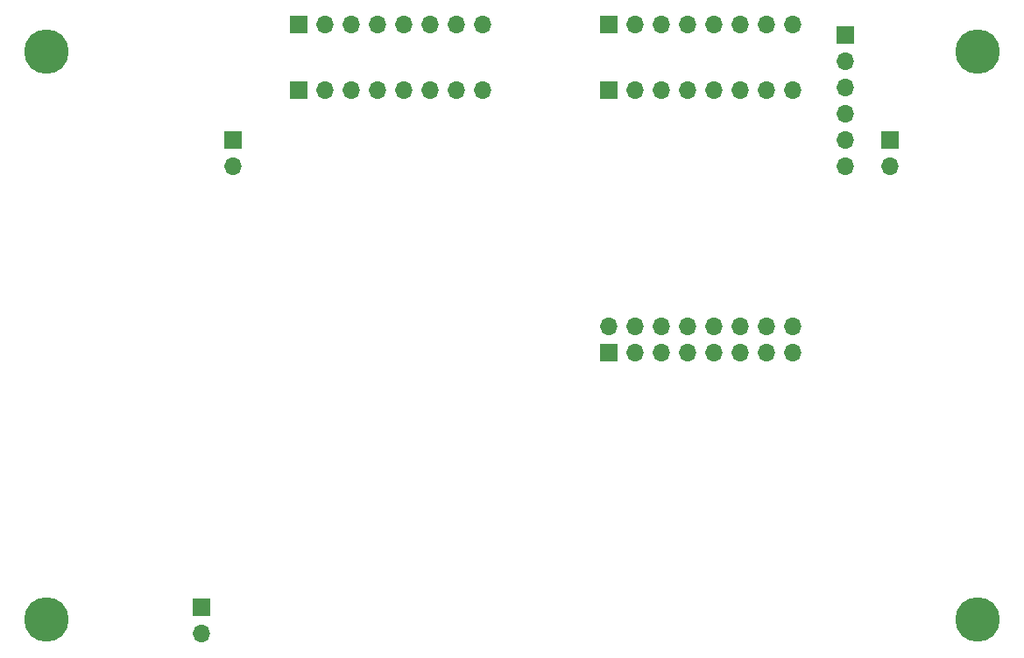
<source format=gbr>
%TF.GenerationSoftware,KiCad,Pcbnew,(6.0.2)*%
%TF.CreationDate,2022-02-21T15:22:36+01:00*%
%TF.ProjectId,220217_GPIOExpanderAW9523,32323032-3137-45f4-9750-494f45787061,v01*%
%TF.SameCoordinates,Original*%
%TF.FileFunction,Soldermask,Bot*%
%TF.FilePolarity,Negative*%
%FSLAX46Y46*%
G04 Gerber Fmt 4.6, Leading zero omitted, Abs format (unit mm)*
G04 Created by KiCad (PCBNEW (6.0.2)) date 2022-02-21 15:22:36*
%MOMM*%
%LPD*%
G01*
G04 APERTURE LIST*
%ADD10R,1.700000X1.700000*%
%ADD11O,1.700000X1.700000*%
%ADD12C,4.300000*%
G04 APERTURE END LIST*
D10*
%TO.C,J3*%
X135505000Y-68770000D03*
D11*
X138045000Y-68770000D03*
X140585000Y-68770000D03*
X143125000Y-68770000D03*
X145665000Y-68770000D03*
X148205000Y-68770000D03*
X150745000Y-68770000D03*
X153285000Y-68770000D03*
%TD*%
D10*
%TO.C,J9*%
X165477000Y-68745000D03*
D11*
X168017000Y-68745000D03*
X170557000Y-68745000D03*
X173097000Y-68745000D03*
X175637000Y-68745000D03*
X178177000Y-68745000D03*
X180717000Y-68745000D03*
X183257000Y-68745000D03*
%TD*%
D12*
%TO.C,REF\u002A\u002A*%
X111100000Y-120000000D03*
%TD*%
%TO.C,REF\u002A\u002A*%
X201100000Y-120000000D03*
%TD*%
D10*
%TO.C,J2*%
X129140000Y-73591000D03*
D11*
X129140000Y-76131000D03*
%TD*%
D10*
%TO.C,J4*%
X135490000Y-62420000D03*
D11*
X138030000Y-62420000D03*
X140570000Y-62420000D03*
X143110000Y-62420000D03*
X145650000Y-62420000D03*
X148190000Y-62420000D03*
X150730000Y-62420000D03*
X153270000Y-62420000D03*
%TD*%
D10*
%TO.C,J1*%
X192640000Y-73591000D03*
D11*
X192640000Y-76131000D03*
%TD*%
D10*
%TO.C,J6*%
X126092000Y-118808000D03*
D11*
X126092000Y-121348000D03*
%TD*%
D10*
%TO.C,J8*%
X165477000Y-62395000D03*
D11*
X168017000Y-62395000D03*
X170557000Y-62395000D03*
X173097000Y-62395000D03*
X175637000Y-62395000D03*
X178177000Y-62395000D03*
X180717000Y-62395000D03*
X183257000Y-62395000D03*
%TD*%
D10*
%TO.C,J5*%
X188322000Y-63436000D03*
D11*
X188322000Y-65976000D03*
X188322000Y-68516000D03*
X188322000Y-71056000D03*
X188322000Y-73596000D03*
X188322000Y-76136000D03*
%TD*%
D12*
%TO.C,REF\u002A\u002A*%
X111100000Y-65000000D03*
%TD*%
D10*
%TO.C,J7*%
X165462000Y-94170000D03*
D11*
X165462000Y-91630000D03*
X168002000Y-94170000D03*
X168002000Y-91630000D03*
X170542000Y-94170000D03*
X170542000Y-91630000D03*
X173082000Y-94170000D03*
X173082000Y-91630000D03*
X175622000Y-94170000D03*
X175622000Y-91630000D03*
X178162000Y-94170000D03*
X178162000Y-91630000D03*
X180702000Y-94170000D03*
X180702000Y-91630000D03*
X183242000Y-94170000D03*
X183242000Y-91630000D03*
%TD*%
D12*
%TO.C,REF\u002A\u002A*%
X201100000Y-65000000D03*
%TD*%
M02*

</source>
